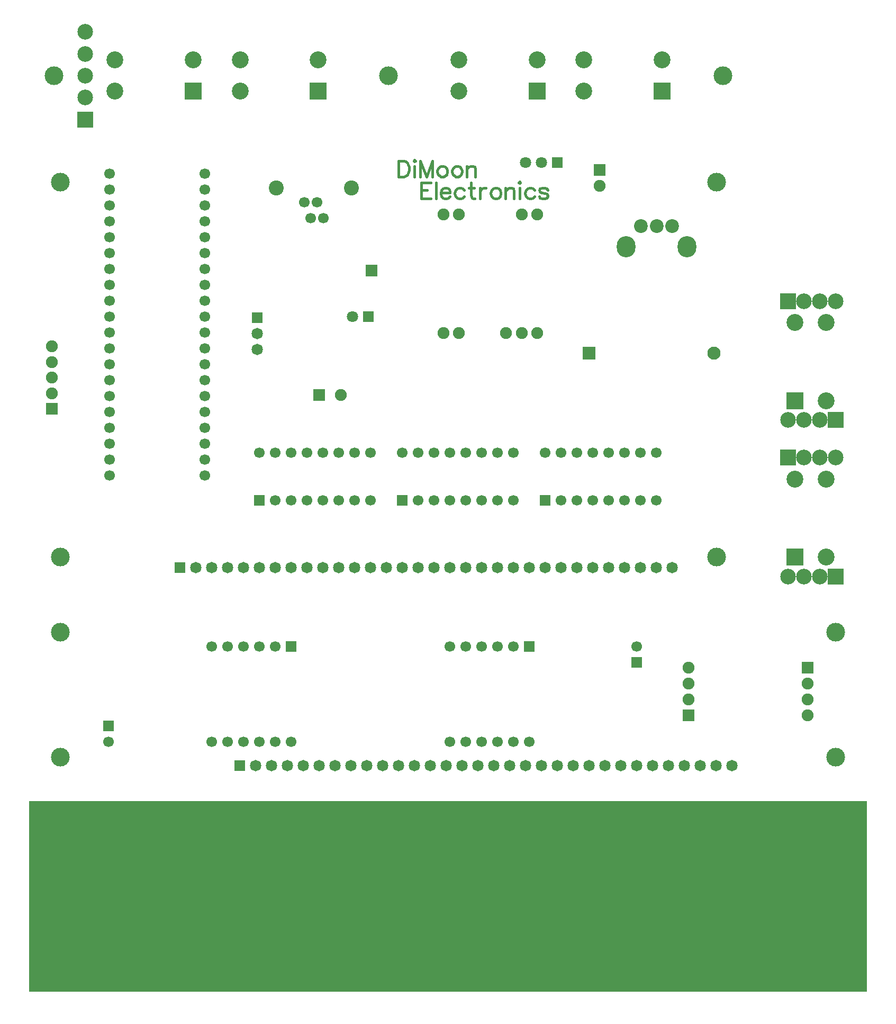
<source format=gbr>
%TF.GenerationSoftware,Novarm,DipTrace,3.3.0.1*%
%TF.CreationDate,2019-03-05T05:49:30+02:00*%
%FSLAX35Y35*%
%MOMM*%
%TF.FileFunction,Soldermask,Top*%
%TF.Part,Single*%
%ADD18R,1.7X1.7*%
%ADD19C,1.7*%
%ADD29R,2.1X2.1*%
%ADD37R,1.9X1.9*%
%ADD38C,1.9*%
%ADD43R,2.5X2.5*%
%ADD44C,2.5*%
%ADD51C,3.0*%
%ADD52C,3.1*%
%ADD53C,2.4*%
%ADD57C,1.8*%
%ADD60C,1.82*%
%ADD62R,1.82X1.82*%
%ADD66C,2.7*%
%ADD67R,2.7X2.7*%
%ADD68O,3.0X3.4*%
%ADD70C,2.2*%
%ADD71C,1.8*%
%ADD72C,2.1*%
%ADD73C,1.7*%
%ADD84R,1.8X1.8*%
%ADD91C,0.39216*%
G75*
G01*
%LPD*%
D37*
X10829877Y18090000D3*
D38*
Y17840000D3*
D37*
X6335500Y14494750D3*
D38*
X6685500D3*
D84*
X7129250Y15748877D3*
D57*
X6875250D3*
D19*
X2970000Y8945750D3*
D18*
Y9199750D3*
D38*
X9828000Y17384000D3*
X9578000D3*
X8578000D3*
X8328000D3*
X9828000Y15484000D3*
X9578000D3*
X9328000D3*
X8578000D3*
X8328000D3*
D37*
X7178000Y16484000D3*
D18*
X5383000Y12812000D3*
D19*
X5637000D3*
X5891000D3*
X6145000D3*
X6399000D3*
X6653000D3*
X6907000D3*
X7161000D3*
Y13574000D3*
X6907000D3*
X6653000D3*
X6399000D3*
X6145000D3*
X5891000D3*
X5637000D3*
X5383000D3*
D18*
X7669000Y12812000D3*
D19*
X7923000D3*
X8177000D3*
X8431000D3*
X8685000D3*
X8939000D3*
X9193000D3*
X9447000D3*
Y13574000D3*
X9193000D3*
X8939000D3*
X8685000D3*
X8431000D3*
X8177000D3*
X7923000D3*
X7669000D3*
D18*
X9955000Y12812000D3*
D19*
X10209000D3*
X10463000D3*
X10717000D3*
X10971000D3*
X11225000D3*
X11479000D3*
X11733000D3*
Y13574000D3*
X11479000D3*
X11225000D3*
X10971000D3*
X10717000D3*
X10463000D3*
X10209000D3*
X9955000D3*
D84*
X10145500Y18209500D3*
D71*
X9891500D3*
X9637500D3*
D19*
X4509873Y13208877D3*
Y13462877D3*
Y13716877D3*
Y13970877D3*
Y14224877D3*
Y14478877D3*
Y14732877D3*
Y14986877D3*
Y15240877D3*
Y15494877D3*
Y15748877D3*
Y16002877D3*
Y16256877D3*
Y16510877D3*
Y16764877D3*
Y17018877D3*
Y17272877D3*
Y17526877D3*
Y17780877D3*
Y18034877D3*
X2985873D3*
Y17780877D3*
Y17526877D3*
Y17272877D3*
Y17018877D3*
Y16764877D3*
Y16510877D3*
Y16256877D3*
Y16002877D3*
Y15748877D3*
Y15494877D3*
Y15240877D3*
Y14986877D3*
Y14732877D3*
Y14478877D3*
Y14224877D3*
Y13970877D3*
Y13716877D3*
Y13462877D3*
Y13208877D3*
D18*
X5891000Y10469750D3*
D73*
X5637050D3*
X5383050D3*
X5129050D3*
X4875050D3*
X4621050D3*
X5891000Y8945750D3*
X5637100D3*
X5383000D3*
X5129000D3*
X4875000D3*
X4621000D3*
D18*
X9701000Y10469750D3*
D73*
X9447050D3*
X9193050D3*
X8939050D3*
X8685050D3*
X8431050D3*
X9701000Y8945750D3*
X9447100D3*
X9193000D3*
X8939000D3*
X8685000D3*
X8431000D3*
D51*
X2200000Y17900000D3*
D52*
X11415450Y7133200D3*
D51*
X2200000Y11900000D3*
D52*
X2970000Y5863250D3*
D51*
X12700000Y17900000D3*
Y11900000D3*
X2200000Y10700000D3*
X14600000D3*
X2200000Y8700000D3*
X14600000D3*
X2100000Y19600000D3*
X7450000D3*
X12800000D3*
D29*
X10653500Y15161500D3*
D72*
X12653500D3*
D37*
X12250000Y9369000D3*
D38*
Y9623000D3*
Y9877000D3*
Y10131000D3*
D37*
X14150000D3*
D38*
Y9877000D3*
Y9623000D3*
Y9369000D3*
D43*
X14606250Y11591500D3*
D44*
X14352250D3*
X14098250D3*
X13844250D3*
D43*
Y13491500D3*
D44*
X14098250D3*
X14352250D3*
X14606250D3*
D43*
Y14091500D3*
D44*
X14352250D3*
X14098250D3*
X13844250D3*
D43*
Y15991500D3*
D44*
X14098250D3*
X14352250D3*
X14606250D3*
D70*
X11987000Y17193500D3*
X11737000D3*
X11487000D3*
D68*
X12227000Y16863500D3*
X11247000D3*
D67*
X13950000Y14400000D3*
D66*
X14450000D3*
Y15650000D3*
X13950000D3*
D67*
X6325000Y19350000D3*
D66*
Y19850000D3*
X5075000D3*
Y19350000D3*
D67*
X4325000D3*
D66*
Y19850000D3*
X3075000D3*
Y19350000D3*
D67*
X9825000D3*
D66*
Y19850000D3*
X8575000D3*
Y19350000D3*
D67*
X11825000D3*
D66*
Y19850000D3*
X10575000D3*
Y19350000D3*
D67*
X13950000Y11900000D3*
D66*
X14450000D3*
Y13150000D3*
X13950000D3*
D18*
X11415500Y10215750D3*
D19*
Y10469750D3*
D62*
X4113000Y11732500D3*
D60*
X4367000D3*
X4621000D3*
X4875000D3*
X5129000D3*
X5383000D3*
X5637000D3*
X5891000D3*
X6145000D3*
X6399000D3*
X6653000D3*
X6907000D3*
X7161000D3*
X7415000D3*
X7669000D3*
X7923000D3*
X8177000D3*
X8431000D3*
X8685000D3*
X8939000D3*
X9193000D3*
X9447000D3*
X9701000D3*
X9955000D3*
X10209000D3*
X10463000D3*
X10717000D3*
X10971000D3*
X11225000D3*
X11479000D3*
X11733000D3*
X11987000D3*
D62*
X5065500Y8564750D3*
D60*
X5319500D3*
X5573500D3*
X5827500D3*
X6081500D3*
X6335500D3*
X6589500D3*
X6843500D3*
X7097500D3*
X7351500D3*
X7605500D3*
X7859500D3*
X8113500D3*
X8367500D3*
X8621500D3*
X8875500D3*
X9129500D3*
X9383500D3*
X9637500D3*
X9891500D3*
X10145500D3*
X10399500D3*
X10653500D3*
X10907500D3*
X11161500D3*
X11415500D3*
X11669500D3*
X11923500D3*
X12177500D3*
X12431500D3*
X12685500D3*
X12939500D3*
D62*
X5351250Y15733000D3*
D60*
Y15479000D3*
Y15225000D3*
D37*
X2065123Y14272500D3*
D38*
Y14522500D3*
Y14772500D3*
Y15022500D3*
Y15272500D3*
D19*
X6303750Y17574500D3*
X6405750Y17320500D3*
X6201750D3*
X6099750Y17574500D3*
D53*
X6852750Y17804500D3*
X5652750D3*
D43*
X2600000Y18900000D3*
D44*
Y19250000D3*
Y19600000D3*
Y19950000D3*
Y20300000D3*
G36*
X1700000Y8000000D2*
X15100000D1*
Y4950000D1*
X1700000D1*
Y8000000D1*
G37*
X7605501Y18238207D2*
D91*
Y17982987D1*
X7690574D1*
X7727074Y17995341D1*
X7751501Y18019487D1*
X7763574Y18043914D1*
X7775647Y18080133D1*
Y18141060D1*
X7763574Y18177560D1*
X7751501Y18201707D1*
X7727074Y18226133D1*
X7690574Y18238207D1*
X7605501D1*
X7854079D2*
X7866152Y18226133D1*
X7878506Y18238207D1*
X7866152Y18250560D1*
X7854079Y18238207D1*
X7866152Y18153133D2*
Y17982987D1*
X8151229D2*
Y18238207D1*
X8054083Y17982987D1*
X7956937Y18238207D1*
Y17982987D1*
X8290307Y18153133D2*
X8266161Y18141060D1*
X8241734Y18116633D1*
X8229661Y18080133D1*
Y18055987D1*
X8241734Y18019487D1*
X8266161Y17995341D1*
X8290307Y17982987D1*
X8326807D1*
X8351234Y17995341D1*
X8375380Y18019487D1*
X8387734Y18055987D1*
Y18080133D1*
X8375380Y18116633D1*
X8351234Y18141060D1*
X8326807Y18153133D1*
X8290307D1*
X8526811D2*
X8502665Y18141060D1*
X8478238Y18116633D1*
X8466165Y18080133D1*
Y18055987D1*
X8478238Y18019487D1*
X8502665Y17995341D1*
X8526811Y17982987D1*
X8563311D1*
X8587738Y17995341D1*
X8611884Y18019487D1*
X8624238Y18055987D1*
Y18080133D1*
X8611884Y18116633D1*
X8587738Y18141060D1*
X8563311Y18153133D1*
X8526811D1*
X8702670D2*
Y17982987D1*
Y18104560D2*
X8739170Y18141060D1*
X8763597Y18153133D1*
X8799816D1*
X8824243Y18141060D1*
X8836316Y18104560D1*
Y17982987D1*
X8128417Y17888957D2*
X7970625D1*
Y17633737D1*
X8128417D1*
X7970625Y17767383D2*
X8067771D1*
X8206848Y17888957D2*
Y17633737D1*
X8285280Y17730883D2*
X8430999D1*
Y17755310D1*
X8418926Y17779737D1*
X8406853Y17791810D1*
X8382426Y17803883D1*
X8345926D1*
X8321780Y17791810D1*
X8297353Y17767383D1*
X8285280Y17730883D1*
Y17706737D1*
X8297353Y17670237D1*
X8321780Y17646091D1*
X8345926Y17633737D1*
X8382426D1*
X8406853Y17646091D1*
X8430999Y17670237D1*
X8655430Y17767383D2*
X8631003Y17791810D1*
X8606576Y17803883D1*
X8570357D1*
X8545930Y17791810D1*
X8521784Y17767383D1*
X8509430Y17730883D1*
Y17706737D1*
X8521784Y17670237D1*
X8545930Y17646091D1*
X8570357Y17633737D1*
X8606576D1*
X8631003Y17646091D1*
X8655430Y17670237D1*
X8770362Y17888957D2*
Y17682310D1*
X8782435Y17646091D1*
X8806862Y17633737D1*
X8831008D1*
X8733862Y17803883D2*
X8818935D1*
X8909439D2*
Y17633737D1*
Y17730883D2*
X8921793Y17767383D1*
X8945939Y17791810D1*
X8970366Y17803883D1*
X9006866D1*
X9145944D2*
X9121797Y17791810D1*
X9097370Y17767383D1*
X9085297Y17730883D1*
Y17706737D1*
X9097370Y17670237D1*
X9121797Y17646091D1*
X9145944Y17633737D1*
X9182444D1*
X9206870Y17646091D1*
X9231017Y17670237D1*
X9243370Y17706737D1*
Y17730883D1*
X9231017Y17767383D1*
X9206870Y17791810D1*
X9182444Y17803883D1*
X9145944D1*
X9321802D2*
Y17633737D1*
Y17755310D2*
X9358302Y17791810D1*
X9382729Y17803883D1*
X9418948D1*
X9443375Y17791810D1*
X9455448Y17755310D1*
Y17633737D1*
X9533879Y17888957D2*
X9545952Y17876883D1*
X9558306Y17888957D1*
X9545952Y17901310D1*
X9533879Y17888957D1*
X9545952Y17803883D2*
Y17633737D1*
X9782738Y17767383D2*
X9758311Y17791810D1*
X9733884Y17803883D1*
X9697665D1*
X9673238Y17791810D1*
X9649091Y17767383D1*
X9636738Y17730883D1*
Y17706737D1*
X9649091Y17670237D1*
X9673238Y17646091D1*
X9697665Y17633737D1*
X9733884D1*
X9758311Y17646091D1*
X9782738Y17670237D1*
X9994815Y17767383D2*
X9982742Y17791810D1*
X9946242Y17803883D1*
X9909742D1*
X9873242Y17791810D1*
X9861169Y17767383D1*
X9873242Y17743237D1*
X9897669Y17730883D1*
X9958315Y17718810D1*
X9982742Y17706737D1*
X9994815Y17682310D1*
Y17670237D1*
X9982742Y17646091D1*
X9946242Y17633737D1*
X9909742D1*
X9873242Y17646091D1*
X9861169Y17670237D1*
M02*

</source>
